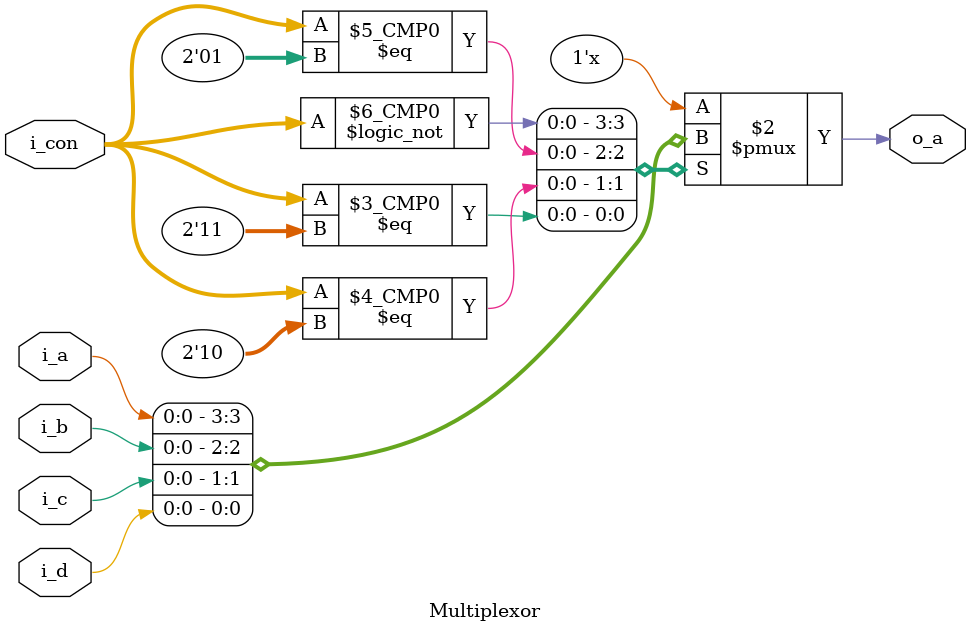
<source format=v>
`timescale 1ns / 1ps
module Multiplexor( 
	input wire i_a, 
	input wire i_b, 
	input wire i_c, 
	input wire i_d,
	input wire [0:1] i_con,
	output reg o_a
    );

 always @(i_con)
 begin
 
 case (i_con)
 'b00: o_a = i_a;
 'b01: o_a = i_b;
 'b10: o_a = i_c;
 'b11: o_a = i_d;
 endcase

end
 
endmodule

</source>
